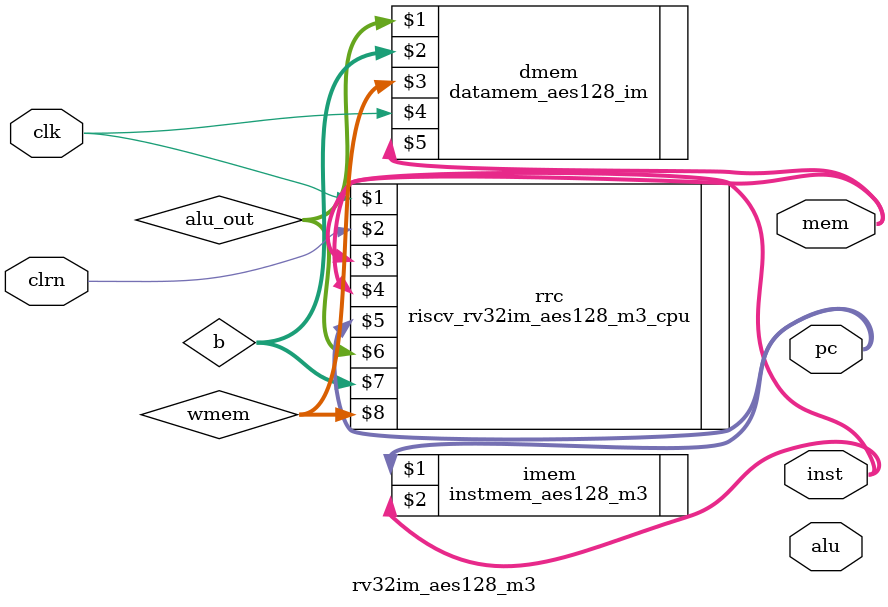
<source format=v>
module rv32im_aes128_m3 (clk, clrn, inst, pc, alu, mem);
  input         clk, clrn;           // clk: 50MHz
  output [31:0] inst, pc, alu, mem;
  wire    [3:0] wmem;
  wire   [31:0] alu_out, b;
  
  riscv_rv32im_aes128_m3_cpu rrc (clk, clrn, inst, mem, pc, alu_out, b, wmem);
  
  instmem_aes128_m3 imem (pc,inst);
  
  datamem_aes128_im dmem (alu_out, b, wmem, clk, mem);
endmodule

</source>
